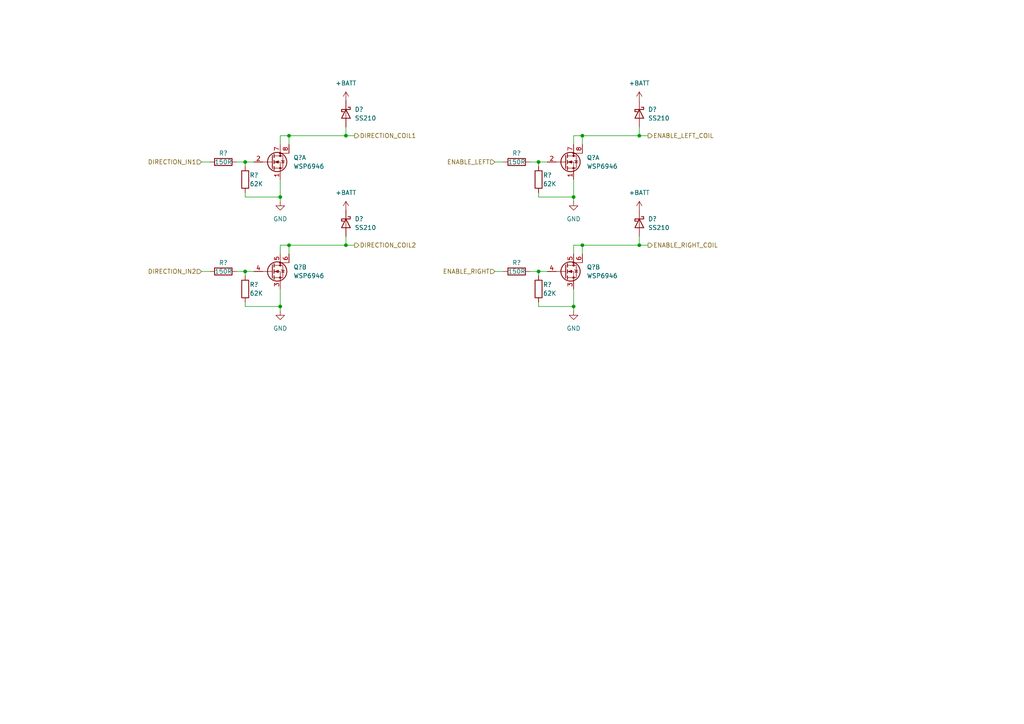
<source format=kicad_sch>
(kicad_sch (version 20210621) (generator eeschema)
  (paper "A4")
  (lib_symbols
    (symbol "Device:D_Schottky" (pin_numbers hide) (pin_names (offset 1.016) hide)
      (property "Reference" "D" (at 0 2.54 0))
      (property "Value" "D_Schottky" (at 0 -2.54 0))
      (symbol "D_Schottky_0_1"
        (polyline (pts (xy 1.27 0) (xy -1.27 0)))
        (polyline (pts (xy 1.27 1.27) (xy 1.27 -1.27) (xy -1.27 0) (xy 1.27 1.27)) (stroke (width 0.254)))
        (polyline (pts (xy -1.905 0.635) (xy -1.905 1.27) (xy -1.27 1.27) (xy -1.27 -1.27) (xy -0.635 -1.27) (xy -0.635 -0.635)) (stroke (width 0.254)))
      )
      (symbol "D_Schottky_1_1"
        (pin passive line (at -3.81 0 0) (length 2.54) (name "K") (number "1"))
        (pin passive line (at 3.81 0 180) (length 2.54) (name "A") (number "2"))
      )
    )
    (symbol "Device:R" (pin_numbers hide) (pin_names (offset 0))
      (property "Reference" "R" (at 2.032 0 90))
      (property "Value" "R" (at 0 0 90))
      (symbol "R_0_1"
        (rectangle (start -1.016 -2.54) (end 1.016 2.54) (stroke (width 0.254)))
      )
      (symbol "R_1_1"
        (pin passive line (at 0 3.81 270) (length 1.27) (name "~") (number "1"))
        (pin passive line (at 0 -3.81 90) (length 1.27) (name "~") (number "2"))
      )
    )
    (symbol "GozLib:WSP6946" (pin_names (offset 0) hide)
      (property "Reference" "Q" (at 5.08 1.27 0))
      (property "Value" "WSP6946" (at 5.08 -1.27 0))
      (symbol "WSP6946_0_1"
        (circle (center 1.651 0) (radius 2.794) (stroke (width 0.254)))
        (circle (center 2.54 -1.778) (radius 0.254) (fill (type outline)))
        (circle (center 2.54 1.778) (radius 0.254) (fill (type outline)))
        (circle (center 2.54 2.54) (radius 0.254) (fill (type outline)))
        (polyline (pts (xy 0.254 0) (xy -2.54 0)))
        (polyline (pts (xy 0.254 1.905) (xy 0.254 -1.905)) (stroke (width 0.254)))
        (polyline (pts (xy 0.762 -1.27) (xy 0.762 -2.286)) (stroke (width 0.254)))
        (polyline (pts (xy 0.762 0.508) (xy 0.762 -0.508)) (stroke (width 0.254)))
        (polyline (pts (xy 0.762 2.286) (xy 0.762 1.27)) (stroke (width 0.254)))
        (polyline (pts (xy 2.54 2.54) (xy 2.54 1.778)))
        (polyline (pts (xy 5.08 2.54) (xy 2.54 2.54)))
        (polyline (pts (xy 2.54 -2.54) (xy 2.54 0) (xy 0.762 0)))
        (polyline (pts (xy 0.762 -1.778) (xy 3.302 -1.778) (xy 3.302 1.778) (xy 0.762 1.778)))
        (polyline (pts (xy 2.794 0.508) (xy 2.921 0.381) (xy 3.683 0.381) (xy 3.81 0.254)))
        (polyline (pts (xy 3.302 0.381) (xy 2.921 -0.254) (xy 3.683 -0.254) (xy 3.302 0.381)))
        (polyline (pts (xy 1.016 0) (xy 2.032 0.381) (xy 2.032 -0.381) (xy 1.016 0)) (fill (type outline)))
      )
      (symbol "WSP6946_1_1"
        (pin passive line (at 2.54 -5.08 90) (length 2.54) (name "S") (number "1"))
        (pin input line (at -5.08 0 0) (length 2.54) (name "G") (number "2"))
        (pin passive line (at 2.54 5.08 270) (length 2.54) (name "D") (number "7"))
        (pin passive line (at 5.08 5.08 270) (length 2.54) (name "D") (number "8"))
      )
      (symbol "WSP6946_2_1"
        (pin passive line (at 2.54 -5.08 90) (length 2.54) (name "S") (number "3"))
        (pin input line (at -5.08 0 0) (length 2.54) (name "G") (number "4"))
        (pin passive line (at 2.54 5.08 270) (length 2.54) (name "D") (number "5"))
        (pin passive line (at 5.08 5.08 270) (length 2.54) (name "D") (number "6"))
      )
    )
    (symbol "power:+BATT" (power) (pin_names (offset 0))
      (property "Value" "+BATT" (at 0 3.556 0))
      (symbol "+BATT_0_1"
        (polyline (pts (xy -0.762 1.27) (xy 0 2.54)))
        (polyline (pts (xy 0 0) (xy 0 2.54)))
        (polyline (pts (xy 0 2.54) (xy 0.762 1.27)))
      )
      (symbol "+BATT_1_1"
        (pin power_in line (at 0 0 90) (length 0) hide (name "+BATT") (number "1"))
      )
    )
    (symbol "power:GND" (power) (pin_names (offset 0))
      (property "Value" "GND" (at 0 -3.81 0))
      (symbol "GND_0_1"
        (polyline (pts (xy 0 0) (xy 0 -1.27) (xy 1.27 -1.27) (xy 0 -2.54) (xy -1.27 -1.27) (xy 0 -1.27)))
      )
      (symbol "GND_1_1"
        (pin power_in line (at 0 0 270) (length 0) hide (name "GND") (number "1"))
      )
    )
  )
  (junction (at 71.12 46.99) (diameter 0.9144))
  (junction (at 71.12 78.74) (diameter 0.9144))
  (junction (at 81.28 57.15) (diameter 0.9144))
  (junction (at 81.28 88.9) (diameter 0.9144))
  (junction (at 83.82 39.37) (diameter 0.9144))
  (junction (at 83.82 71.12) (diameter 0.9144))
  (junction (at 100.33 39.37) (diameter 0.9144))
  (junction (at 100.33 71.12) (diameter 0.9144))
  (junction (at 156.21 46.99) (diameter 0.9144))
  (junction (at 156.21 78.74) (diameter 0.9144))
  (junction (at 166.37 57.15) (diameter 0.9144))
  (junction (at 166.37 88.9) (diameter 0.9144))
  (junction (at 168.91 39.37) (diameter 0.9144))
  (junction (at 168.91 71.12) (diameter 0.9144))
  (junction (at 185.42 39.37) (diameter 0.9144))
  (junction (at 185.42 71.12) (diameter 0.9144))
  (wire (pts (xy 58.42 46.99) (xy 60.96 46.99)))
  (wire (pts (xy 58.42 78.74) (xy 60.96 78.74)))
  (wire (pts (xy 68.58 46.99) (xy 71.12 46.99)))
  (wire (pts (xy 68.58 78.74) (xy 71.12 78.74)))
  (wire (pts (xy 71.12 46.99) (xy 71.12 48.26)))
  (wire (pts (xy 71.12 46.99) (xy 73.66 46.99)))
  (wire (pts (xy 71.12 55.88) (xy 71.12 57.15)))
  (wire (pts (xy 71.12 57.15) (xy 81.28 57.15)))
  (wire (pts (xy 71.12 78.74) (xy 71.12 80.01)))
  (wire (pts (xy 71.12 78.74) (xy 73.66 78.74)))
  (wire (pts (xy 71.12 87.63) (xy 71.12 88.9)))
  (wire (pts (xy 71.12 88.9) (xy 81.28 88.9)))
  (wire (pts (xy 81.28 39.37) (xy 83.82 39.37)))
  (wire (pts (xy 81.28 41.91) (xy 81.28 39.37)))
  (wire (pts (xy 81.28 52.07) (xy 81.28 57.15)))
  (wire (pts (xy 81.28 57.15) (xy 81.28 58.42)))
  (wire (pts (xy 81.28 71.12) (xy 83.82 71.12)))
  (wire (pts (xy 81.28 73.66) (xy 81.28 71.12)))
  (wire (pts (xy 81.28 83.82) (xy 81.28 88.9)))
  (wire (pts (xy 81.28 88.9) (xy 81.28 90.17)))
  (wire (pts (xy 83.82 39.37) (xy 100.33 39.37)))
  (wire (pts (xy 83.82 41.91) (xy 83.82 39.37)))
  (wire (pts (xy 83.82 71.12) (xy 100.33 71.12)))
  (wire (pts (xy 83.82 73.66) (xy 83.82 71.12)))
  (wire (pts (xy 100.33 36.83) (xy 100.33 39.37)))
  (wire (pts (xy 100.33 39.37) (xy 102.87 39.37)))
  (wire (pts (xy 100.33 68.58) (xy 100.33 71.12)))
  (wire (pts (xy 100.33 71.12) (xy 102.87 71.12)))
  (wire (pts (xy 143.51 46.99) (xy 146.05 46.99)))
  (wire (pts (xy 143.51 78.74) (xy 146.05 78.74)))
  (wire (pts (xy 153.67 46.99) (xy 156.21 46.99)))
  (wire (pts (xy 153.67 78.74) (xy 156.21 78.74)))
  (wire (pts (xy 156.21 46.99) (xy 156.21 48.26)))
  (wire (pts (xy 156.21 46.99) (xy 158.75 46.99)))
  (wire (pts (xy 156.21 55.88) (xy 156.21 57.15)))
  (wire (pts (xy 156.21 57.15) (xy 166.37 57.15)))
  (wire (pts (xy 156.21 78.74) (xy 156.21 80.01)))
  (wire (pts (xy 156.21 78.74) (xy 158.75 78.74)))
  (wire (pts (xy 156.21 87.63) (xy 156.21 88.9)))
  (wire (pts (xy 156.21 88.9) (xy 166.37 88.9)))
  (wire (pts (xy 166.37 39.37) (xy 168.91 39.37)))
  (wire (pts (xy 166.37 41.91) (xy 166.37 39.37)))
  (wire (pts (xy 166.37 52.07) (xy 166.37 57.15)))
  (wire (pts (xy 166.37 57.15) (xy 166.37 58.42)))
  (wire (pts (xy 166.37 71.12) (xy 168.91 71.12)))
  (wire (pts (xy 166.37 73.66) (xy 166.37 71.12)))
  (wire (pts (xy 166.37 83.82) (xy 166.37 88.9)))
  (wire (pts (xy 166.37 88.9) (xy 166.37 90.17)))
  (wire (pts (xy 168.91 39.37) (xy 185.42 39.37)))
  (wire (pts (xy 168.91 41.91) (xy 168.91 39.37)))
  (wire (pts (xy 168.91 71.12) (xy 185.42 71.12)))
  (wire (pts (xy 168.91 73.66) (xy 168.91 71.12)))
  (wire (pts (xy 185.42 36.83) (xy 185.42 39.37)))
  (wire (pts (xy 185.42 39.37) (xy 187.96 39.37)))
  (wire (pts (xy 185.42 68.58) (xy 185.42 71.12)))
  (wire (pts (xy 185.42 71.12) (xy 187.96 71.12)))
  (hierarchical_label "DIRECTION_IN1" (shape input) (at 58.42 46.99 180))
  (hierarchical_label "DIRECTION_IN2" (shape input) (at 58.42 78.74 180))
  (hierarchical_label "DIRECTION_COIL1" (shape output) (at 102.87 39.37 0))
  (hierarchical_label "DIRECTION_COIL2" (shape output) (at 102.87 71.12 0))
  (hierarchical_label "ENABLE_LEFT" (shape input) (at 143.51 46.99 180))
  (hierarchical_label "ENABLE_RIGHT" (shape input) (at 143.51 78.74 180))
  (hierarchical_label "ENABLE_LEFT_COIL" (shape output) (at 187.96 39.37 0))
  (hierarchical_label "ENABLE_RIGHT_COIL" (shape output) (at 187.96 71.12 0))
  (symbol (lib_id "power:+BATT") (at 100.33 29.21 0) (unit 1)
    (property "Reference" "#PWR?" (effects hide))
    (property "Value" "+BATT" (at 100.33 24.13 0))
  )
  (symbol (lib_id "power:+BATT") (at 100.33 60.96 0) (unit 1)
    (property "Reference" "#PWR?" (effects hide))
    (property "Value" "+BATT" (at 100.33 55.88 0))
  )
  (symbol (lib_id "power:+BATT") (at 185.42 29.21 0) (unit 1)
    (property "Reference" "#PWR?" (effects hide))
    (property "Value" "+BATT" (at 185.42 24.13 0))
  )
  (symbol (lib_id "power:+BATT") (at 185.42 60.96 0) (unit 1)
    (property "Reference" "#PWR?" (effects hide))
    (property "Value" "+BATT" (at 185.42 55.88 0))
  )
  (symbol (lib_id "power:GND") (at 81.28 58.42 0) (unit 1)
    (property "Reference" "#PWR?" (effects hide))
    (property "Value" "GND" (at 81.28 63.5 0))
  )
  (symbol (lib_id "power:GND") (at 81.28 90.17 0) (unit 1)
    (property "Reference" "#PWR?" (effects hide))
    (property "Value" "GND" (at 81.28 95.25 0))
  )
  (symbol (lib_id "power:GND") (at 166.37 58.42 0) (unit 1)
    (property "Reference" "#PWR?" (effects hide))
    (property "Value" "GND" (at 166.37 63.5 0))
  )
  (symbol (lib_id "power:GND") (at 166.37 90.17 0) (unit 1)
    (property "Reference" "#PWR?" (effects hide))
    (property "Value" "GND" (at 166.37 95.25 0))
  )
  (symbol (lib_id "Device:R") (at 64.77 46.99 90) (unit 1)
    (property "Reference" "R?" (at 64.77 44.45 90))
    (property "Value" "150R" (at 64.77 46.99 90))
  )
  (symbol (lib_id "Device:R") (at 64.77 78.74 270) (unit 1)
    (property "Reference" "R?" (at 64.77 76.2 90))
    (property "Value" "150R" (at 64.77 78.74 90))
  )
  (symbol (lib_id "Device:R") (at 71.12 52.07 0) (unit 1)
    (property "Reference" "R?" (at 72.39 50.7999 0) (effects (justify left)))
    (property "Value" "62K" (at 72.39 53.3399 0) (effects (justify left)))
  )
  (symbol (lib_id "Device:R") (at 71.12 83.82 180) (unit 1)
    (property "Reference" "R?" (at 72.39 82.5499 0) (effects (justify right)))
    (property "Value" "62K" (at 72.39 85.0899 0) (effects (justify right)))
  )
  (symbol (lib_id "Device:R") (at 149.86 46.99 90) (unit 1)
    (property "Reference" "R?" (at 149.86 44.45 90))
    (property "Value" "150R" (at 149.86 46.99 90))
  )
  (symbol (lib_id "Device:R") (at 149.86 78.74 90) (unit 1)
    (property "Reference" "R?" (at 149.86 76.2 90))
    (property "Value" "150R" (at 149.86 78.74 90))
  )
  (symbol (lib_id "Device:R") (at 156.21 52.07 0) (unit 1)
    (property "Reference" "R?" (at 157.48 50.7999 0) (effects (justify left)))
    (property "Value" "62K" (at 157.48 53.3399 0) (effects (justify left)))
  )
  (symbol (lib_id "Device:R") (at 156.21 83.82 0) (unit 1)
    (property "Reference" "R?" (at 157.48 82.5499 0) (effects (justify left)))
    (property "Value" "62K" (at 157.48 85.0899 0) (effects (justify left)))
  )
  (symbol (lib_id "Device:D_Schottky") (at 100.33 33.02 270) (unit 1)
    (property "Reference" "D?" (at 102.87 31.7499 90) (effects (justify left)))
    (property "Value" "SS210" (at 102.87 34.2899 90) (effects (justify left)))
  )
  (symbol (lib_id "Device:D_Schottky") (at 100.33 64.77 270) (unit 1)
    (property "Reference" "D?" (at 102.87 63.4999 90) (effects (justify left)))
    (property "Value" "SS210" (at 102.87 66.0399 90) (effects (justify left)))
  )
  (symbol (lib_id "Device:D_Schottky") (at 185.42 33.02 270) (unit 1)
    (property "Reference" "D?" (at 187.96 31.7499 90) (effects (justify left)))
    (property "Value" "SS210" (at 187.96 34.2899 90) (effects (justify left)))
  )
  (symbol (lib_id "Device:D_Schottky") (at 185.42 64.77 270) (unit 1)
    (property "Reference" "D?" (at 187.96 63.4999 90) (effects (justify left)))
    (property "Value" "SS210" (at 187.96 66.0399 90) (effects (justify left)))
  )
  (symbol (lib_id "GozLib:WSP6946") (at 78.74 46.99 0) (unit 1)
    (property "Reference" "Q?" (at 85.09 45.7199 0) (effects (justify left)))
    (property "Value" "WSP6946" (at 85.09 48.2599 0) (effects (justify left)))
    (property "Footprint" "Package_SO:SOP-8_3.9x4.9mm_P1.27mm" (effects hide))
    (property "Datasheet" "https://datasheet.lcsc.com/lcsc/1809211428_Winsok-Semicon-WSP6946_C148408.pdf" (effects hide))
  )
  (symbol (lib_id "GozLib:WSP6946") (at 78.74 78.74 0) (unit 2)
    (property "Reference" "Q?" (at 85.09 77.4699 0) (effects (justify left)))
    (property "Value" "WSP6946" (at 85.09 80.0099 0) (effects (justify left)))
    (property "Footprint" "Package_SO:SOP-8_3.9x4.9mm_P1.27mm" (effects hide))
    (property "Datasheet" "https://datasheet.lcsc.com/lcsc/1809211428_Winsok-Semicon-WSP6946_C148408.pdf" (effects hide))
  )
  (symbol (lib_id "GozLib:WSP6946") (at 163.83 46.99 0) (unit 1)
    (property "Reference" "Q?" (at 170.18 45.7199 0) (effects (justify left)))
    (property "Value" "WSP6946" (at 170.18 48.2599 0) (effects (justify left)))
    (property "Footprint" "Package_SO:SOP-8_3.9x4.9mm_P1.27mm" (effects hide))
    (property "Datasheet" "https://datasheet.lcsc.com/lcsc/1809211428_Winsok-Semicon-WSP6946_C148408.pdf" (effects hide))
  )
  (symbol (lib_id "GozLib:WSP6946") (at 163.83 78.74 0) (unit 2)
    (property "Reference" "Q?" (at 170.18 77.4699 0) (effects (justify left)))
    (property "Value" "WSP6946" (at 170.18 80.0099 0) (effects (justify left)))
    (property "Footprint" "Package_SO:SOP-8_3.9x4.9mm_P1.27mm" (effects hide))
    (property "Datasheet" "https://datasheet.lcsc.com/lcsc/1809211428_Winsok-Semicon-WSP6946_C148408.pdf" (effects hide))
  )
)
</source>
